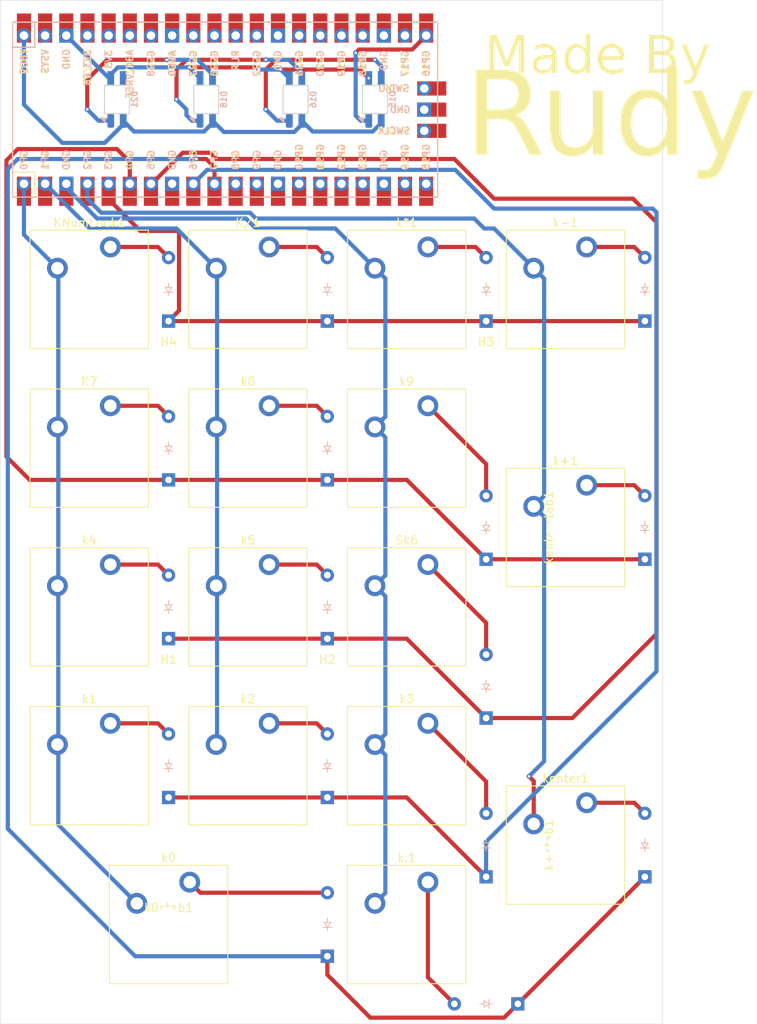
<source format=kicad_pcb>
(kicad_pcb (version 20240108) (generator "pcbnew") (generator_version "8.0")
  (layers (0 "F.Cu" signal) (31 "B.Cu" signal) (34 "B.Paste" user) (35 "F.Paste" user) (36 "B.SilkS" user "B.Silkscreen") (37 "F.SilkS" user "F.Silkscreen") (38 "B.Mask" user) (39 "F.Mask" user) (44 "Edge.Cuts" user))
  (net 0 "")
  (net 10 "led")
  (net 21 "Net-(D15-DOUT)")
  (net 34 "VCC")
  (net 35 "Net-(D1-A)")
  (net 36 "ROW1")
  (net 37 "Net-(D2-A)")
  (net 38 "Net-(D3-A)")
  (net 39 "Net-(D4-A)")
  (net 40 "ROW2")
  (net 41 "Net-(D5-A)")
  (net 42 "Net-(D6-A)")
  (net 43 "Net-(D7-A)")
  (net 44 "Net-(D8-A)")
  (net 45 "Net-(D9-A)")
  (net 46 "ROW3")
  (net 47 "ROW4")
  (net 48 "Net-(D10-A)")
  (net 49 "Net-(D11-A)")
  (net 50 "Net-(D12-A)")
  (net 51 "Net-(D13-A)")
  (net 52 "Net-(D14-A)")
  (net 53 "Net-(D17-A)")
  (net 54 "ROW5")
  (net 55 "Net-(D19-A)")
  (net 56 "Net-(D20-A)")
  (net 57 "COL3")
  (net 58 "COL5")
  (net 59 "COL2")
  (net 60 "COL1")
  (net 61 "GND")
  (net 62 "Net-(D16-DOUT)")
  (net 63 "Net-(D18-DOUT)")
  (footprint "ScottoKeebs_Stabilizer:Stabilizer_MX_2.00u" (layer "F.Cu") (at 185.975625 141.843125 90)
    (property "Reference" "k+stab1")
    (property "Value" "Keyswitch")
  )
  (footprint "ScottoKeebs_MX:MX_PCB_1.00u" (layer "F.Cu") (at 147.875625 75.168125)
    (property "Reference" "K/1")
    (property "Value" "Keyswitch")
  )
  (footprint "ScottoKeebs_Components:LED_SK6812MINI" (layer "F.Cu") (at 142.875 52.3875 90)
    (property "Reference" "D18")
    (property "Value" "LED_SK6812MINI" (hide yes))
    (fp_line (start 1.7 -1.5) (end -1.7 -1.5) (stroke (width 0.12)) (layer "Edge.Cuts"))
    (fp_line (start -1.7 -1.5) (end -1.7 1.5) (stroke (width 0.12)) (layer "Edge.Cuts"))
    (fp_line (start 1.7 1.5) (end 1.7 -1.5) (stroke (width 0.12)) (layer "Edge.Cuts"))
    (fp_line (start -1.7 1.5) (end 1.7 1.5) (stroke (width 0.12)) (layer "Edge.Cuts"))
  )
  (footprint "ScottoKeebs_MX:MX_PCB_1.00u" (layer "F.Cu") (at 147.875625 113.268125)
    (property "Reference" "k5")
    (property "Value" "Keyswitch")
  )
  (footprint "MountingHole:MountingHole_2.2mm_M2" (layer "F.Cu") (at 138.350625 122.793125)
    (property "Reference" "H1")
    (property "Value" "MountingHole")
  )
  (footprint "ScottoKeebs_MX:MX_PCB_2.00u_90deg" (layer "F.Cu") (at 185.975625 141.843125)
    (property "Reference" "kenter1")
    (property "Value" "Keyswitch")
  )
  (footprint "ScottoKeebs_MX:MX_PCB_1.00u" (layer "F.Cu") (at 166.925625 75.168125)
    (property "Reference" "k*1")
    (property "Value" "Keyswitch")
  )
  (footprint "ScottoKeebs_MX:MX_PCB_2.00u_90deg" (layer "F.Cu") (at 185.975625 103.743125)
    (property "Reference" "k+1")
    (property "Value" "Keyswitch")
  )
  (footprint "ScottoKeebs_Components:LED_SK6812MINI" (layer "F.Cu") (at 132.159375 52.3875 90)
    (property "Reference" "D21")
    (property "Value" "LED_SK6812MINI" (hide yes))
    (fp_line (start 1.7 -1.5) (end -1.7 -1.5) (stroke (width 0.12)) (layer "Edge.Cuts"))
    (fp_line (start -1.7 -1.5) (end -1.7 1.5) (stroke (width 0.12)) (layer "Edge.Cuts"))
    (fp_line (start 1.7 1.5) (end 1.7 -1.5) (stroke (width 0.12)) (layer "Edge.Cuts"))
    (fp_line (start -1.7 1.5) (end 1.7 1.5) (stroke (width 0.12)) (layer "Edge.Cuts"))
  )
  (footprint "ScottoKeebs_Components:LED_SK6812MINI" (layer "F.Cu") (at 153.590625 52.3875 90)
    (property "Reference" "D16")
    (property "Value" "LED_SK6812MINI" (hide yes))
    (fp_line (start 1.7 -1.5) (end -1.7 -1.5) (stroke (width 0.12)) (layer "Edge.Cuts"))
    (fp_line (start -1.7 -1.5) (end -1.7 1.5) (stroke (width 0.12)) (layer "Edge.Cuts"))
    (fp_line (start 1.7 1.5) (end 1.7 -1.5) (stroke (width 0.12)) (layer "Edge.Cuts"))
    (fp_line (start -1.7 1.5) (end 1.7 1.5) (stroke (width 0.12)) (layer "Edge.Cuts"))
  )
  (footprint "ScottoKeebs_MX:MX_PCB_1.00u" (layer "F.Cu") (at 147.875625 94.218125)
    (property "Reference" "k8")
    (property "Value" "Keyswitch")
  )
  (footprint "ScottoKeebs_MX:MX_PCB_1.00u" (layer "F.Cu") (at 128.825625 94.218125)
    (property "Reference" "K7")
    (property "Value" "Keyswitch")
  )
  (footprint "ScottoKeebs_Components:LED_SK6812MINI" (layer "F.Cu") (at 163.115625 52.3875 90)
    (property "Reference" "D15")
    (property "Value" "LED_SK6812MINI" (hide yes))
    (fp_line (start 1.7 -1.5) (end -1.7 -1.5) (stroke (width 0.12)) (layer "Edge.Cuts"))
    (fp_line (start -1.7 -1.5) (end -1.7 1.5) (stroke (width 0.12)) (layer "Edge.Cuts"))
    (fp_line (start 1.7 1.5) (end 1.7 -1.5) (stroke (width 0.12)) (layer "Edge.Cuts"))
    (fp_line (start -1.7 1.5) (end 1.7 1.5) (stroke (width 0.12)) (layer "Edge.Cuts"))
  )
  (footprint "ScottoKeebs_MX:MX_PCB_1.00u" (layer "F.Cu") (at 166.925625 94.218125)
    (property "Reference" "k9")
    (property "Value" "Keyswitch")
  )
  (footprint "ScottoKeebs_MX:MX_PCB_2.00u" (layer "F.Cu") (at 138.350625 151.368125)
    (property "Reference" "k0")
    (property "Value" "Keyswitch")
  )
  (footprint "ScottoKeebs_MX:MX_PCB_1.00u" (layer "F.Cu") (at 147.875625 132.318125)
    (property "Reference" "k2")
    (property "Value" "Keyswitch")
  )
  (footprint "MountingHole:MountingHole_2.2mm_M2" (layer "F.Cu") (at 176.450625 84.693125)
    (property "Reference" "H3")
    (property "Value" "MountingHole")
  )
  (footprint "ScottoKeebs_MX:MX_PCB_1.00u" (layer "F.Cu") (at 128.825625 75.168125)
    (property "Reference" "KNumLock1")
    (property "Value" "Keyswitch")
  )
  (footprint "MountingHole:MountingHole_2.2mm_M2" (layer "F.Cu") (at 157.400625 122.793125)
    (property "Reference" "H2")
    (property "Value" "MountingHole")
  )
  (footprint "ScottoKeebs_MX:MX_PCB_1.00u" (layer "F.Cu") (at 128.825625 113.268125)
    (property "Reference" "k4")
    (property "Value" "Keyswitch")
  )
  (footprint "MountingHole:MountingHole_2.2mm_M2" (layer "F.Cu") (at 138.350625 84.693125)
    (property "Reference" "H4")
    (property "Value" "MountingHole")
  )
  (footprint "ScottoKeebs_MX:MX_PCB_1.00u" (layer "F.Cu") (at 128.825625 132.318125)
    (property "Reference" "k1")
    (property "Value" "Keyswitch")
  )
  (footprint "ScottoKeebs_Stabilizer:Stabilizer_MX_2.00u" (layer "F.Cu") (at 185.975625 103.743125 90)
    (property "Reference" "kenterstab1")
    (property "Value" "Keyswitch")
  )
  (footprint "ScottoKeebs_Stabilizer:Stabilizer_MX_2.00u" (layer "F.Cu") (at 138.350625 151.368125)
    (property "Reference" "k0stab1")
    (property "Value" "Keyswitch")
  )
  (footprint "ScottoKeebs_MX:MX_PCB_1.00u" (layer "F.Cu") (at 166.925625 151.368125)
    (property "Reference" "k.1")
    (property "Value" "Keyswitch")
  )
  (footprint "ScottoKeebs_MX:MX_PCB_1.00u" (layer "F.Cu") (at 185.975625 75.168125)
    (property "Reference" "k-1")
    (property "Value" "Keyswitch")
  )
  (footprint "ScottoKeebs_MX:MX_PCB_1.00u" (layer "F.Cu") (at 166.925625 113.268125)
    (property "Reference" "Sk6")
    (property "Value" "Keyswitch")
  )
  (footprint "ScottoKeebs_MCU:Raspberry_Pi_Pico" (layer "F.Cu") (at 145.13 53.61 90)
    (property "Reference" "U1" (hide yes))
    (property "Value" "Raspberry_Pi_Pico" (hide yes))
  )
  (footprint "ScottoKeebs_MX:MX_PCB_1.00u" (layer "F.Cu") (at 166.925625 132.318125)
    (property "Reference" "k3")
    (property "Value" "Keyswitch")
  )
  (footprint "ScottoKeebs_Components:Diode_DO-35" (layer "B.Cu") (at 157.400625 117.078125 90)
    (property "Reference" "D11" (hide yes))
    (property "Value" "Diode" (hide yes))
  )
  (footprint "ScottoKeebs_Components:Diode_DO-35" (layer "B.Cu") (at 157.400625 155.178125 90)
    (property "Reference" "D17" (hide yes))
    (property "Value" "Diode" (hide yes))
  )
  (footprint "ScottoKeebs_Components:Diode_DO-35" (layer "B.Cu") (at 195.500625 78.978125 90)
    (property "Reference" "D4" (hide yes))
    (property "Value" "Diode" (hide yes))
  )
  (footprint "ScottoKeebs_Components:Diode_DO-35" (layer "B.Cu") (at 176.450625 145.653125 90)
    (property "Reference" "D14" (hide yes))
    (property "Value" "Diode" (hide yes))
  )
  (footprint "ScottoKeebs_Components:Diode_DO-35" (layer "B.Cu") (at 176.450625 107.553125 90)
    (property "Reference" "D7" (hide yes))
    (property "Value" "Diode" (hide yes))
  )
  (footprint "ScottoKeebs_Components:Diode_DO-35" (layer "B.Cu") (at 176.450625 126.603125 90)
    (property "Reference" "D13" (hide yes))
    (property "Value" "Diode" (hide yes))
  )
  (footprint "ScottoKeebs_Components:Diode_DO-35" (layer "B.Cu") (at 195.500625 107.553125 90)
    (property "Reference" "D8" (hide yes))
    (property "Value" "Diode" (hide yes))
  )
  (footprint "ScottoKeebs_Components:Diode_DO-35" (layer "B.Cu") (at 138.350625 78.978125 90)
    (property "Reference" "D1" (hide yes))
    (property "Value" "Diode" (hide yes))
  )
  (footprint "ScottoKeebs_Components:Diode_DO-35" (layer "B.Cu") (at 157.400625 136.128125 90)
    (property "Reference" "D12" (hide yes))
    (property "Value" "Diode" (hide yes))
  )
  (footprint "ScottoKeebs_Components:Diode_DO-35" (layer "B.Cu") (at 138.350625 98.028125 90)
    (property "Reference" "D5" (hide yes))
    (property "Value" "Diode" (hide yes))
  )
  (footprint "ScottoKeebs_Components:Diode_DO-35" (layer "B.Cu") (at 195.500625 145.653125 90)
    (property "Reference" "D20" (hide yes))
    (property "Value" "Diode" (hide yes))
  )
  (footprint "ScottoKeebs_Components:Diode_DO-35" (layer "B.Cu") (at 157.400625 78.978125 90)
    (property "Reference" "D2" (hide yes))
    (property "Value" "Diode" (hide yes))
  )
  (footprint "ScottoKeebs_Components:Diode_DO-35" (layer "B.Cu") (at 138.350625 117.078125 90)
    (property "Reference" "D9" (hide yes))
    (property "Value" "Diode" (hide yes))
  )
  (footprint "ScottoKeebs_Components:Diode_DO-35" (layer "B.Cu") (at 176.450625 78.978125 90)
    (property "Reference" "D3" (hide yes))
    (property "Value" "Diode" (hide yes))
  )
  (footprint "ScottoKeebs_Components:Diode_DO-35" (layer "B.Cu") (at 180.260625 160.893125 180)
    (property "Reference" "D19" (hide yes))
    (property "Value" "Diode" (hide yes))
  )
  (footprint "ScottoKeebs_Components:Diode_DO-35" (layer "B.Cu") (at 138.350625 136.128125 90)
    (property "Reference" "D10" (hide yes))
    (property "Value" "Diode" (hide yes))
  )
  (footprint "ScottoKeebs_Components:Diode_DO-35" (layer "B.Cu") (at 157.400625 98.028125 90)
    (property "Reference" "D6" (hide yes))
    (property "Value" "Diode" (hide yes))
  )
  (gr_rect (start 118.149361 40.48125) (end 197.64375 163.296264) (stroke (width 0.05)) (fill none) (layer "Edge.Cuts"))
  (gr_text "Rudy" (at 173.83125 60.721875 0) (layer "F.SilkS") (effects (font (size 10 10)) (justify left bottom)))
  (gr_text "Made By" (at 176.2125 50.00625 0) (layer "F.SilkS") (effects (font (size 4.5 4.5)) (justify left bottom)))
  (segment (start 160.8 46.8) (end 161.2 46.4) (width 0.5) (layer "F.Cu") (net 10))
  (segment (start 161.2 46.4) (end 167.58 46.4) (width 0.5) (layer "F.Cu") (net 10))
  (segment (start 167.58 46.4) (end 169.26 44.72) (width 0.5) (layer "F.Cu") (net 10))
  (via (at 160.8 46.8) (size 0.6) (drill 0.3) (layers "F.Cu" "B.Cu") (net 10))
  (segment (start 162.365625 54.9375) (end 161.404965 54.9375) (width 0.5) (layer "B.Cu") (net 10))
  (segment (start 161.404965 54.9375) (end 160.8 54.332535) (width 0.5) (layer "B.Cu") (net 10))
  (segment (start 160.8 54.332535) (end 160.8 46.8) (width 0.5) (layer "B.Cu") (net 10))
  (segment (start 163.115625 47.625) (end 151.209375 47.625) (width 0.5) (layer "F.Cu") (net 21))
  (segment (start 151.209375 47.625) (end 150.01875 48.815625) (width 0.5) (layer "F.Cu") (net 21))
  (segment (start 150.01875 48.815625) (end 150.01875 53.578125) (width 0.5) (layer "F.Cu") (net 21))
  (via (at 163.115625 47.625) (size 0.6) (drill 0.3) (layers "F.Cu" "B.Cu") (net 21))
  (via (at 150.01875 53.578125) (size 0.6) (drill 0.3) (layers "F.Cu" "B.Cu") (net 21))
  (segment (start 163.865625 49.8375) (end 163.865625 48.375) (width 0.5) (layer "B.Cu") (net 21))
  (segment (start 150.01875 53.578125) (end 151.378125 54.9375) (width 0.5) (layer "B.Cu") (net 21))
  (segment (start 163.865625 48.375) (end 163.115625 47.625) (width 0.5) (layer "B.Cu") (net 21))
  (segment (start 151.378125 54.9375) (end 152.840625 54.9375) (width 0.5) (layer "B.Cu") (net 21))
  (segment (start 153.430625 56.2875) (end 154.340625 55.3775) (width 0.5) (layer "B.Cu") (net 34))
  (segment (start 121 53) (end 125.6 57.6) (width 0.5) (layer "B.Cu") (net 34))
  (segment (start 121 44.72) (end 121 53) (width 0.5) (layer "B.Cu") (net 34))
  (segment (start 143.625 55.21949) (end 143.625 54.9375) (width 0.5) (layer "B.Cu") (net 34))
  (segment (start 130.686875 57.6) (end 132.909375 55.3775) (width 0.5) (layer "B.Cu") (net 34))
  (segment (start 163.865625 55.21949) (end 163.865625 54.9375) (width 0.5) (layer "B.Cu") (net 34))
  (segment (start 155.640625 56.2375) (end 162.847615 56.2375) (width 0.5) (layer "B.Cu") (net 34))
  (segment (start 162.847615 56.2375) (end 163.865625 55.21949) (width 0.5) (layer "B.Cu") (net 34))
  (segment (start 132.909375 55.3775) (end 132.909375 54.9375) (width 0.5) (layer "B.Cu") (net 34))
  (segment (start 125.6 57.6) (end 130.686875 57.6) (width 0.5) (layer "B.Cu") (net 34))
  (segment (start 154.340625 55.3775) (end 154.340625 54.9375) (width 0.5) (layer "B.Cu") (net 34))
  (segment (start 143.625 54.9375) (end 144.975 56.2875) (width 0.5) (layer "B.Cu") (net 34))
  (segment (start 144.975 56.2875) (end 153.430625 56.2875) (width 0.5) (layer "B.Cu") (net 34))
  (segment (start 142.60699 56.2375) (end 143.625 55.21949) (width 0.5) (layer "B.Cu") (net 34))
  (segment (start 132.909375 54.9375) (end 134.209375 56.2375) (width 0.5) (layer "B.Cu") (net 34))
  (segment (start 134.209375 56.2375) (end 142.60699 56.2375) (width 0.5) (layer "B.Cu") (net 34))
  (segment (start 154.340625 54.9375) (end 155.640625 56.2375) (width 0.5) (layer "B.Cu") (net 34))
  (segment (start 137.080625 70.088125) (end 138.350625 71.358125) (width 0.5) (layer "F.Cu") (net 35))
  (segment (start 131.365625 70.088125) (end 137.080625 70.088125) (width 0.5) (layer "F.Cu") (net 35))
  (segment (start 134.963125 68.163125) (end 131.16 64.36) (width 0.5) (layer "F.Cu") (net 36))
  (segment (start 176.450625 78.978125) (end 195.500625 78.978125) (width 0.5) (layer "F.Cu") (net 36))
  (segment (start 139.600625 68.163125) (end 134.963125 68.163125) (width 0.5) (layer "F.Cu") (net 36))
  (segment (start 131.16 64.36) (end 131.16 62.5) (width 0.5) (layer "F.Cu") (net 36))
  (segment (start 138.350625 78.978125) (end 139.600625 77.728125) (width 0.5) (layer "F.Cu") (net 36))
  (segment (start 139.600625 77.728125) (end 139.600625 68.163125) (width 0.5) (layer "F.Cu") (net 36))
  (segment (start 157.400625 78.978125) (end 176.450625 78.978125) (width 0.5) (layer "F.Cu") (net 36))
  (segment (start 138.350625 78.978125) (end 157.400625 78.978125) (width 0.5) (layer "F.Cu") (net 36))
  (segment (start 156.130625 70.088125) (end 157.400625 71.358125) (width 0.5) (layer "F.Cu") (net 37))
  (segment (start 150.415625 70.088125) (end 156.130625 70.088125) (width 0.5) (layer "F.Cu") (net 37))
  (segment (start 169.465625 70.088125) (end 175.180625 70.088125) (width 0.5) (layer "F.Cu") (net 38))
  (segment (start 175.180625 70.088125) (end 176.450625 71.358125) (width 0.5) (layer "F.Cu") (net 38))
  (segment (start 194.230625 70.088125) (end 195.500625 71.358125) (width 0.5) (layer "F.Cu") (net 39))
  (segment (start 188.515625 70.088125) (end 194.230625 70.088125) (width 0.5) (layer "F.Cu") (net 39))
  (segment (start 118.899361 59.694389) (end 120.253125 58.340625) (width 0.5) (layer "F.Cu") (net 40))
  (segment (start 166.925625 98.028125) (end 157.400625 98.028125) (width 0.5) (layer "F.Cu") (net 40))
  (segment (start 132.159375 58.340625) (end 133.7 59.88125) (width 0.5) (layer "F.Cu") (net 40))
  (segment (start 120.253125 58.340625) (end 132.159375 58.340625) (width 0.5) (layer "F.Cu") (net 40))
  (segment (start 133.7 59.88125) (end 133.7 62.5) (width 0.5) (layer "F.Cu") (net 40))
  (segment (start 176.450625 107.553125) (end 166.925625 98.028125) (width 0.5) (layer "F.Cu") (net 40))
  (segment (start 157.400625 98.028125) (end 138.350625 98.028125) (width 0.5) (layer "F.Cu") (net 40))
  (segment (start 138.350625 98.028125) (end 121.677486 98.028125) (width 0.5) (layer "F.Cu") (net 40))
  (segment (start 176.450625 107.553125) (end 195.500625 107.553125) (width 0.5) (layer "F.Cu") (net 40))
  (segment (start 118.899361 95.25) (end 118.899361 59.694389) (width 0.5) (layer "F.Cu") (net 40))
  (segment (start 121.677486 98.028125) (end 118.899361 95.25) (width 0.5) (layer "F.Cu") (net 40))
  (segment (start 131.365625 89.138125) (end 137.080625 89.138125) (width 0.5) (layer "F.Cu") (net 41))
  (segment (start 137.080625 89.138125) (end 138.350625 90.408125) (width 0.5) (layer "F.Cu") (net 41))
  (segment (start 156.130625 89.138125) (end 157.400625 90.408125) (width 0.5) (layer "F.Cu") (net 42))
  (segment (start 150.415625 89.138125) (end 156.130625 89.138125) (width 0.5) (layer "F.Cu") (net 42))
  (segment (start 169.465625 89.138125) (end 176.450625 96.123125) (width 0.5) (layer "F.Cu") (net 43))
  (segment (start 176.450625 96.123125) (end 176.450625 99.933125) (width 0.5) (layer "F.Cu") (net 43))
  (segment (start 188.515625 98.663125) (end 194.230625 98.663125) (width 0.5) (layer "F.Cu") (net 44))
  (segment (start 194.230625 98.663125) (end 195.500625 99.933125) (width 0.5) (layer "F.Cu") (net 44))
  (segment (start 131.365625 108.188125) (end 137.080625 108.188125) (width 0.5) (layer "F.Cu") (net 45))
  (segment (start 137.080625 108.188125) (end 138.350625 109.458125) (width 0.5) (layer "F.Cu") (net 45))
  (segment (start 196.89375 67.115625) (end 196.89375 116.514907) (width 0.5) (layer "F.Cu") (net 46))
  (segment (start 143.315625 58.78125) (end 144.065625 59.53125) (width 0.5) (layer "F.Cu") (net 46))
  (segment (start 144.065625 59.53125) (end 172.640625 59.53125) (width 0.5) (layer "F.Cu") (net 46))
  (segment (start 196.89375 116.514907) (end 186.805532 126.603125) (width 0.5) (layer "F.Cu") (net 46))
  (segment (start 157.400625 117.078125) (end 166.925625 117.078125) (width 0.5) (layer "F.Cu") (net 46))
  (segment (start 177.403125 64.29375) (end 194.071875 64.29375) (width 0.5) (layer "F.Cu") (net 46))
  (segment (start 194.071875 64.29375) (end 196.89375 67.115625) (width 0.5) (layer "F.Cu") (net 46))
  (segment (start 166.925625 117.078125) (end 176.450625 126.603125) (width 0.5) (layer "F.Cu") (net 46))
  (segment (start 186.805532 126.603125) (end 176.450625 126.603125) (width 0.5) (layer "F.Cu") (net 46))
  (segment (start 136.24 62.5) (end 136.334375 62.5) (width 0.5) (layer "F.Cu") (net 46))
  (segment (start 138.350625 117.078125) (end 157.400625 117.078125) (width 0.5) (layer "F.Cu") (net 46))
  (segment (start 140.053125 58.78125) (end 143.315625 58.78125) (width 0.5) (layer "F.Cu") (net 46))
  (segment (start 172.640625 59.53125) (end 177.403125 64.29375) (width 0.5) (layer "F.Cu") (net 46))
  (segment (start 136.334375 62.5) (end 140.053125 58.78125) (width 0.5) (layer "F.Cu") (net 46))
  (segment (start 138.350625 136.128125) (end 157.400625 136.128125) (width 0.5) (layer "F.Cu") (net 47))
  (segment (start 166.925625 136.128125) (end 176.450625 145.653125) (width 0.5) (layer "F.Cu") (net 47))
  (segment (start 157.400625 136.128125) (end 166.925625 136.128125) (width 0.5) (layer "F.Cu") (net 47))
  (segment (start 196.89375 65.925) (end 196.89375 121.003125) (width 0.5) (layer "B.Cu") (net 47))
  (segment (start 176.450625 141.44625) (end 176.450625 145.653125) (width 0.5) (layer "B.Cu") (net 47))
  (segment (start 172.752188 60.833438) (end 177.403125 65.484375) (width 0.5) (layer "B.Cu") (net 47))
  (segment (start 141.32 62.5) (end 142.986562 60.833438) (width 0.5) (layer "B.Cu") (net 47))
  (segment (start 196.89375 121.003125) (end 176.450625 141.44625) (width 0.5) (layer "B.Cu") (net 47))
  (segment (start 142.986562 60.833438) (end 172.752188 60.833438) (width 0.5) (layer "B.Cu") (net 47))
  (segment (start 196.453125 65.484375) (end 196.89375 65.925) (width 0.5) (layer "B.Cu") (net 47))
  (segment (start 177.403125 65.484375) (end 196.453125 65.484375) (width 0.5) (layer "B.Cu") (net 47))
  (segment (start 137.080625 127.238125) (end 138.350625 128.508125) (width 0.5) (layer "F.Cu") (net 48))
  (segment (start 131.365625 127.238125) (end 137.080625 127.238125) (width 0.5) (layer "F.Cu") (net 48))
  (segment (start 150.415625 108.188125) (end 156.130625 108.188125) (width 0.5) (layer "F.Cu") (net 49))
  (segment (start 156.130625 108.188125) (end 157.400625 109.458125) (width 0.5) (layer "F.Cu") (net 49))
  (segment (start 156.130625 127.238125) (end 157.400625 128.508125) (width 0.5) (layer "F.Cu") (net 50))
  (segment (start 150.415625 127.238125) (end 156.130625 127.238125) (width 0.5) (layer "F.Cu") (net 50))
  (segment (start 169.465625 108.188125) (end 176.450625 115.173125) (width 0.5) (layer "F.Cu") (net 51))
  (segment (start 176.450625 115.173125) (end 176.450625 118.983125) (width 0.5) (layer "F.Cu") (net 51))
  (segment (start 176.450625 134.223125) (end 176.450625 138.033125) (width 0.5) (layer "F.Cu") (net 52))
  (segment (start 169.465625 127.238125) (end 176.450625 134.223125) (width 0.5) (layer "F.Cu") (net 52))
  (segment (start 142.160625 147.558125) (end 157.400625 147.558125) (width 0.5) (layer "F.Cu") (net 53))
  (segment (start 140.890625 146.288125) (end 142.160625 147.558125) (width 0.5) (layer "F.Cu") (net 53))
  (segment (start 157.400625 157.400625) (end 162.546264 162.546264) (width 0.5) (layer "F.Cu") (net 54))
  (segment (start 157.400625 155.178125) (end 157.400625 157.400625) (width 0.5) (layer "F.Cu") (net 54))
  (segment (start 195.500625 145.653125) (end 180.260625 160.893125) (width 0.5) (layer "F.Cu") (net 54))
  (segment (start 143.86 60.51625) (end 143.86 62.5) (width 0.5) (layer "F.Cu") (net 54))
  (segment (start 162.546264 162.546264) (end 178.607486 162.546264) (width 0.5) (layer "F.Cu") (net 54))
  (segment (start 141.684375 59.53125) (end 142.875 59.53125) (width 0.5) (layer "F.Cu") (net 54))
  (segment (start 142.875 59.53125) (end 143.86 60.51625) (width 0.5) (layer "F.Cu") (net 54))
  (segment (start 178.607486 162.546264) (end 180.260625 160.893125) (width 0.5) (layer "F.Cu") (net 54))
  (via (at 141.684375 59.53125) (size 0.6) (drill 0.3) (layers "F.Cu" "B.Cu") (net 54))
  (segment (start 119.0625 139.303125) (end 119.0625 60.721875) (width 0.5) (layer "B.Cu") (net 54))
  (segment (start 157.400625 155.178125) (end 134.345257 155.178125) (width 0.5) (layer "B.Cu") (net 54))
  (segment (start 134.345257 155.178125) (end 119.0625 139.895368) (width 0.5) (layer "B.Cu") (net 54))
  (segment (start 119.0625 139.895368) (end 119.0625 139.303125) (width 0.5) (layer "B.Cu") (net 54))
  (segment (start 119.0625 60.721875) (end 120.253125 59.53125) (width 0.5) (layer "B.Cu") (net 54))
  (segment (start 120.253125 59.53125) (end 141.684375 59.53125) (width 0.5) (layer "B.Cu") (net 54))
  (segment (start 169.465625 146.288125) (end 169.465625 157.718125) (width 0.5) (layer "F.Cu") (net 55))
  (segment (start 169.465625 157.718125) (end 172.640625 160.893125) (width 0.5) (layer "F.Cu") (net 55))
  (segment (start 194.230625 136.763125) (end 195.500625 138.033125) (width 0.5) (layer "F.Cu") (net 56))
  (segment (start 188.515625 136.763125) (end 194.230625 136.763125) (width 0.5) (layer "F.Cu") (net 56))
  (segment (start 164.365624 131.028124) (end 163.115625 129.778125) (width 0.5) (layer "B.Cu") (net 57))
  (segment (start 164.365624 92.928124) (end 163.115625 91.678125) (width 0.5) (layer "B.Cu") (net 57))
  (segment (start 129.778125 66.675) (end 126.08 62.976875) (width 0.5) (layer "B.Cu") (net 57))
  (segment (start 164.365624 111.978124) (end 163.115625 110.728125) (width 0.5) (layer "B.Cu") (net 57))
  (segment (start 164.365624 128.528126) (end 164.365624 111.978124) (width 0.5) (layer "B.Cu") (net 57))
  (segment (start 163.115625 110.728125) (end 164.365624 109.478126) (width 0.5) (layer "B.Cu") (net 57))
  (segment (start 147.6375 66.675) (end 129.778125 66.675) (width 0.5) (layer "B.Cu") (net 57))
  (segment (start 126.08 62.976875) (end 126.08 62.5) (width 0.5) (layer "B.Cu") (net 57))
  (segment (start 164.365624 73.878124) (end 163.115625 72.628125) (width 0.5) (layer "B.Cu") (net 57))
  (segment (start 164.365624 109.478126) (end 164.365624 92.928124) (width 0.5) (layer "B.Cu") (net 57))
  (segment (start 163.115625 91.678125) (end 164.365624 90.428126) (width 0.5) (layer "B.Cu") (net 57))
  (segment (start 163.115625 129.778125) (end 164.365624 128.528126) (width 0.5) (layer "B.Cu") (net 57))
  (segment (start 148.828125 67.865625) (end 147.6375 66.675) (width 0.5) (layer "B.Cu") (net 57))
  (segment (start 164.365624 90.428126) (end 164.365624 73.878124) (width 0.5) (layer "B.Cu") (net 57))
  (segment (start 163.115625 72.628125) (end 158.353125 67.865625) (width 0.5) (layer "B.Cu") (net 57))
  (segment (start 164.365624 147.578126) (end 164.365624 131.028124) (width 0.5) (layer "B.Cu") (net 57))
  (segment (start 158.353125 67.865625) (end 148.828125 67.865625) (width 0.5) (layer "B.Cu") (net 57))
  (segment (start 163.115625 148.828125) (end 164.365624 147.578126) (width 0.5) (layer "B.Cu") (net 57))
  (segment (start 182.165625 134.165625) (end 182.165625 139.303125) (width 0.5) (layer "F.Cu") (net 58))
  (segment (start 181.6 133.6) (end 182.165625 134.165625) (width 0.5) (layer "F.Cu") (net 58))
  (via (at 181.6 133.6) (size 0.6) (drill 0.3) (layers "F.Cu" "B.Cu") (net 58))
  (segment (start 177.403125 67.865625) (end 176.2125 67.865625) (width 0.5) (layer "B.Cu") (net 58))
  (segment (start 148.128125 65.975) (end 130.26875 65.975) (width 0.5) (layer "B.Cu") (net 58))
  (segment (start 175.021875 66.675) (end 148.828125 66.675) (width 0.5) (layer "B.Cu") (net 58))
  (segment (start 128.5875 63.103125) (end 128.62 63.070625) (width 0.5) (layer "B.Cu") (net 58))
  (segment (start 182.165625 101.203125) (end 183.415624 102.453124) (width 0.5) (layer "B.Cu") (net 58))
  (segment (start 148.828125 66.675) (end 148.128125 65.975) (width 0.5) (layer "B.Cu") (net 58))
  (segment (start 183.415624 102.453124) (end 183.415624 131.784376) (width 0.5) (layer "B.Cu") (net 58))
  (segment (start 183.415624 131.784376) (end 181.6 133.6) (width 0.5) (layer "B.Cu") (net 58))
  (segment (start 183.415624 99.953126) (end 182.165625 101.203125) (width 0.5) (layer "B.Cu") (net 58))
  (segment (start 183.415624 73.878124) (end 183.415624 99.953126) (width 0.5) (layer "B.Cu") (net 58))
  (segment (start 176.2125 67.865625) (end 175.021875 66.675) (width 0.5) (layer "B.Cu") (net 58))
  (segment (start 182.165625 72.628125) (end 183.415624 73.878124) (width 0.5) (layer "B.Cu") (net 58))
  (segment (start 128.5875 64.29375) (end 128.5875 63.103125) (width 0.5) (layer "B.Cu") (net 58))
  (segment (start 182.165625 72.628125) (end 177.403125 67.865625) (width 0.5) (layer "B.Cu") (net 58))
  (segment (start 130.26875 65.975) (end 128.5875 64.29375) (width 0.5) (layer "B.Cu") (net 58))
  (segment (start 128.62 63.070625) (end 128.62 62.5) (width 0.5) (layer "B.Cu") (net 58))
  (segment (start 144.170625 91.783125) (end 144.170625 110.623125) (width 0.5) (layer "B.Cu") (net 59))
  (segment (start 144.065625 110.728125) (end 144.170625 110.833125) (width 0.5) (layer "B.Cu") (net 59))
  (segment (start 144.170625 110.833125) (end 144.170625 129.673125) (width 0.5) (layer "B.Cu") (net 59))
  (segment (start 144.170625 129.673125) (end 144.065625 129.778125) (width 0.5) (layer "B.Cu") (net 59))
  (segment (start 128.905625 67.865625) (end 123.54 62.5) (width 0.5) (layer "B.Cu") (net 59))
  (segment (start 144.170625 72.733125) (end 144.170625 91.573125) (width 0.5) (layer "B.Cu") (net 59))
  (segment (start 139.303125 67.865625) (end 128.905625 67.865625) (width 0.5) (layer "B.Cu") (net 59))
  (segment (start 144.170625 91.573125) (end 144.065625 91.678125) (width 0.5) (layer "B.Cu") (net 59))
  (segment (start 144.170625 110.623125) (end 144.065625 110.728125) (width 0.5) (layer "B.Cu") (net 59))
  (segment (start 144.065625 72.628125) (end 139.303125 67.865625) (width 0.5) (layer "B.Cu") (net 59))
  (segment (start 144.065625 72.628125) (end 144.170625 72.733125) (width 0.5) (layer "B.Cu") (net 59))
  (segment (start 144.065625 91.678125) (end 144.170625 91.783125) (width 0.5) (layer "B.Cu") (net 59))
  (segment (start 125.015625 129.778125) (end 125.120625 129.673125) (width 0.5) (layer "B.Cu") (net 60))
  (segment (start 121 62.5) (end 121 68.6125) (width 0.5) (layer "B.Cu") (net 60))
  (segment (start 125.120625 91.573125) (end 125.015625 91.678125) (width 0.5) (layer "B.Cu") (net 60))
  (segment (start 125.120625 129.883125) (end 125.015625 129.778125) (width 0.5) (layer "B.Cu") (net 60))
  (segment (start 125.015625 72.628125) (end 125.120625 72.733125) (width 0.5) (layer "B.Cu") (net 60))
  (segment (start 125.120625 110.623125) (end 125.015625 110.728125) (width 0.5) (layer "B.Cu") (net 60))
  (segment (start 134.540625 148.828125) (end 125.120625 139.408125) (width 0.5) (layer "B.Cu") (net 60))
  (segment (start 121 68.6125) (end 125.015625 72.628125) (width 0.5) (layer "B.Cu") (net 60))
  (segment (start 125.015625 91.678125) (end 125.120625 91.783125) (width 0.5) (layer "B.Cu") (net 60))
  (segment (start 125.120625 110.833125) (end 125.015625 110.728125) (width 0.5) (layer "B.Cu") (net 60))
  (segment (start 125.120625 129.673125) (end 125.120625 110.833125) (width 0.5) (layer "B.Cu") (net 60))
  (segment (start 125.120625 91.783125) (end 125.120625 110.623125) (width 0.5) (layer "B.Cu") (net 60))
  (segment (start 125.120625 139.408125) (end 125.120625 129.883125) (width 0.5) (layer "B.Cu") (net 60))
  (segment (start 125.120625 72.733125) (end 125.120625 91.573125) (width 0.5) (layer "B.Cu") (net 60))
  (segment (start 148.9375 48.5375) (end 149.2 48.8) (width 0.5) (layer "F.Cu") (net 61))
  (segment (start 140.825 48.5375) (end 148.9375 48.5375) (width 0.5) (layer "F.Cu") (net 61))
  (segment (start 161.328125 48.8) (end 162.365625 49.8375) (width 0.5) (layer "F.Cu") (net 61))
  (segment (start 151.803125 48.8) (end 161.328125 48.8) (width 0.5) (layer "F.Cu") (net 61))
  (via (at 151.803125 48.8) (size 0.6) (drill 0.3) (layers "F.Cu" "B.Cu") (net 61))
  (via (at 140.825 48.5375) (size 0.6) (drill 0.3) (layers "F.Cu" "B.Cu") (net 61))
  (via (at 149.2 48.8) (size 0.6) (drill 0.3) (layers "F.Cu" "B.Cu") (net 61))
  (via (at 162.365625 49.8375) (size 0.6) (drill 0.3) (layers "F.Cu" "B.Cu") (net 61))
  (segment (start 131.2975 49.9375) (end 131.309375 49.9375) (width 0.5) (layer "B.Cu") (net 61))
  (segment (start 131.409375 49.8375) (end 131.409375 49.3975) (width 0.5) (layer "B.Cu") (net 61))
  (segment (start 151.803125 48.8) (end 152.840625 49.8375) (width 0.5) (layer "B.Cu") (net 61))
  (segment (start 126.08 44.72) (end 131.2975 49.9375) (width 0.5) (layer "B.Cu") (net 61))
  (segment (start 140.825 48.5375) (end 142.125 49.8375) (width 0.5) (layer "B.Cu") (net 61))
  (segment (start 149.2 48.8) (end 151.803125 48.8) (width 0.5) (layer "B.Cu") (net 61))
  (segment (start 131.409375 49.3975) (end 132.269375 48.5375) (width 0.5) (layer "B.Cu") (net 61))
  (segment (start 131.309375 49.9375) (end 131.409375 49.8375) (width 0.5) (layer "B.Cu") (net 61))
  (segment (start 132.269375 48.5375) (end 140.825 48.5375) (width 0.5) (layer "B.Cu") (net 61))
  (segment (start 139.303125 48.815625) (end 139.303125 52.3875) (width 0.5) (layer "F.Cu") (net 62))
  (segment (start 150.01875 47.625) (end 140.49375 47.625) (width 0.5) (layer "F.Cu") (net 62))
  (segment (start 140.49375 47.625) (end 139.303125 48.815625) (width 0.5) (layer "F.Cu") (net 62))
  (via (at 139.303125 52.3875) (size 0.6) (drill 0.3) (layers "F.Cu" "B.Cu") (net 62))
  (via (at 150.01875 47.625) (size 0.6) (drill 0.3) (layers "F.Cu" "B.Cu") (net 62))
  (segment (start 152.788125 47.625) (end 150.01875 47.625) (width 0.5) (layer "B.Cu") (net 62))
  (segment (start 154.340625 49.1775) (end 152.788125 47.625) (width 0.5) (layer "B.Cu") (net 62))
  (segment (start 139.303125 52.3875) (end 140.49375 53.578125) (width 0.5) (layer "B.Cu") (net 62))
  (segment (start 140.49375 53.578125) (end 140.49375 54.26691) (width 0.5) (layer "B.Cu") (net 62))
  (segment (start 154.340625 49.8375) (end 154.340625 49.1775) (width 0.5) (layer "B.Cu") (net 62))
  (segment (start 140.49375 54.26691) (end 141.16434 54.9375) (width 0.5) (layer "B.Cu") (net 62))
  (segment (start 141.16434 54.9375) (end 142.125 54.9375) (width 0.5) (layer "B.Cu") (net 62))
  (segment (start 128.5875 50.00625) (end 128.5875 53.578125) (width 0.5) (layer "F.Cu") (net 63))
  (segment (start 130.96875 47.625) (end 128.5875 50.00625) (width 0.5) (layer "F.Cu") (net 63))
  (segment (start 138.1125 47.625) (end 130.96875 47.625) (width 0.5) (layer "F.Cu") (net 63))
  (via (at 128.5875 53.578125) (size 0.6) (drill 0.3) (layers "F.Cu" "B.Cu") (net 63))
  (via (at 138.1125 47.625) (size 0.6) (drill 0.3) (layers "F.Cu" "B.Cu") (net 63))
  (segment (start 141.8525 47.625) (end 138.1125 47.625) (width 0.5) (layer "B.Cu") (net 63))
  (segment (start 128.5875 53.578125) (end 129.946875 54.9375) (width 0.5) (layer "B.Cu") (net 63))
  (segment (start 143.625 49.3975) (end 141.8525 47.625) (width 0.5) (layer "B.Cu") (net 63))
  (segment (start 129.946875 54.9375) (end 131.409375 54.9375) (width 0.5) (layer "B.Cu") (net 63))
  (segment (start 143.625 49.8375) (end 143.625 49.3975) (width 0.5) (layer "B.Cu") (net 63))
)
</source>
